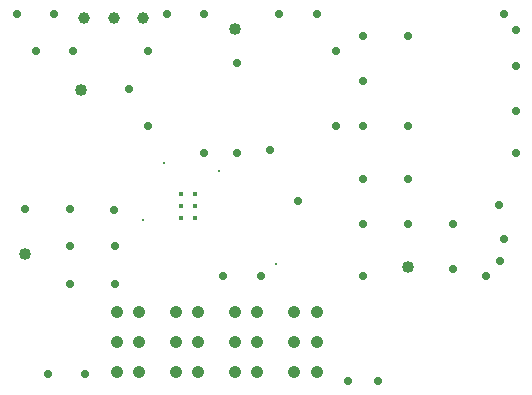
<source format=gbr>
%TF.GenerationSoftware,Altium Limited,Altium Designer,24.2.2 (26)*%
G04 Layer_Color=0*
%FSLAX45Y45*%
%MOMM*%
%TF.SameCoordinates,3B1DD697-BB8E-4966-B076-04D6E0BCF24A*%
%TF.FilePolarity,Positive*%
%TF.FileFunction,Plated,1,4,PTH,Drill*%
%TF.Part,Single*%
G01*
G75*
%TA.AperFunction,ComponentDrill*%
%ADD58C,1.02000*%
%ADD59C,1.00000*%
%ADD60C,1.04000*%
%TA.AperFunction,ViaDrill,NotFilled*%
%ADD61C,0.71120*%
%ADD62C,0.30480*%
%ADD63C,0.40640*%
D58*
X1295400Y2590800D02*
D03*
X2603500Y3111500D02*
D03*
X4064000Y1094740D02*
D03*
X825500Y1206500D02*
D03*
D59*
X1324800Y3200400D02*
D03*
X1574800D02*
D03*
X1824800D02*
D03*
D60*
X1792710Y208800D02*
D03*
X1604710D02*
D03*
X1792710Y462800D02*
D03*
X1604710D02*
D03*
X1792710Y716800D02*
D03*
X1604710D02*
D03*
X3292710Y208800D02*
D03*
X3104710D02*
D03*
X3292710Y462800D02*
D03*
X3104710D02*
D03*
X3292710Y716800D02*
D03*
X3104710D02*
D03*
X2792710Y208800D02*
D03*
X2604710D02*
D03*
X2792710Y462800D02*
D03*
X2604710D02*
D03*
X2792710Y716800D02*
D03*
X2604710D02*
D03*
X2292710Y208800D02*
D03*
X2104710D02*
D03*
X2292710Y462800D02*
D03*
X2104710D02*
D03*
X2292710Y716800D02*
D03*
X2104710D02*
D03*
D61*
X4883150Y3238500D02*
D03*
Y1333500D02*
D03*
X4724400Y1016000D02*
D03*
X3295650Y3238500D02*
D03*
X3454400Y2921000D02*
D03*
Y2286000D02*
D03*
X2978150Y3238500D02*
D03*
X3136900Y1651000D02*
D03*
X2819400Y1016000D02*
D03*
X2343150Y3238500D02*
D03*
X2501900Y1016000D02*
D03*
X2025650Y3238500D02*
D03*
X1866900Y2921000D02*
D03*
X1708150Y2603500D02*
D03*
X1866900Y2286000D02*
D03*
X1073150Y3238500D02*
D03*
X1231900Y2921000D02*
D03*
X755650Y3238500D02*
D03*
X914400Y2921000D02*
D03*
X1574800Y1574800D02*
D03*
X2336800Y2057400D02*
D03*
X4978400Y3098800D02*
D03*
Y2794000D02*
D03*
Y2057400D02*
D03*
Y2413000D02*
D03*
X4846398Y1143628D02*
D03*
X4839863Y1622919D02*
D03*
X4445000Y1079500D02*
D03*
Y1460500D02*
D03*
X4064000Y3048000D02*
D03*
X3683000D02*
D03*
X3810000Y127000D02*
D03*
X3556000D02*
D03*
X1333500Y190500D02*
D03*
X1016000D02*
D03*
X1587500Y952500D02*
D03*
X1206500D02*
D03*
X825500Y1587500D02*
D03*
X1206500D02*
D03*
Y1270000D02*
D03*
X1587500D02*
D03*
X3683000Y2667000D02*
D03*
X4064000Y2286000D02*
D03*
X3683000D02*
D03*
X4064000Y1841500D02*
D03*
Y1460500D02*
D03*
X3683000Y1841500D02*
D03*
Y1460500D02*
D03*
Y1016000D02*
D03*
X2895600Y2082800D02*
D03*
X2616200Y2057400D02*
D03*
Y2819400D02*
D03*
D62*
X2004196Y1975173D02*
D03*
X1823714Y1492828D02*
D03*
X2946400Y1117600D02*
D03*
X2463800Y1905000D02*
D03*
D63*
X2266460Y1508760D02*
D03*
X2142260D02*
D03*
X2266460Y1610360D02*
D03*
X2142260D02*
D03*
X2266460Y1711960D02*
D03*
X2142260D02*
D03*
%TF.MD5,2f9ef2b3b205cfdaeb4ccc00c275c0bf*%
M02*

</source>
